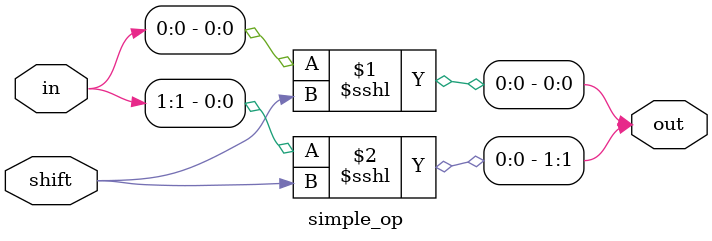
<source format=v>
module simple_op ( input shift,
				input [1:0] in,
                                output [1:0] out );

    assign out[0] = in[0] <<< shift;
    assign out[1] = in[1] <<< shift;

endmodule

</source>
